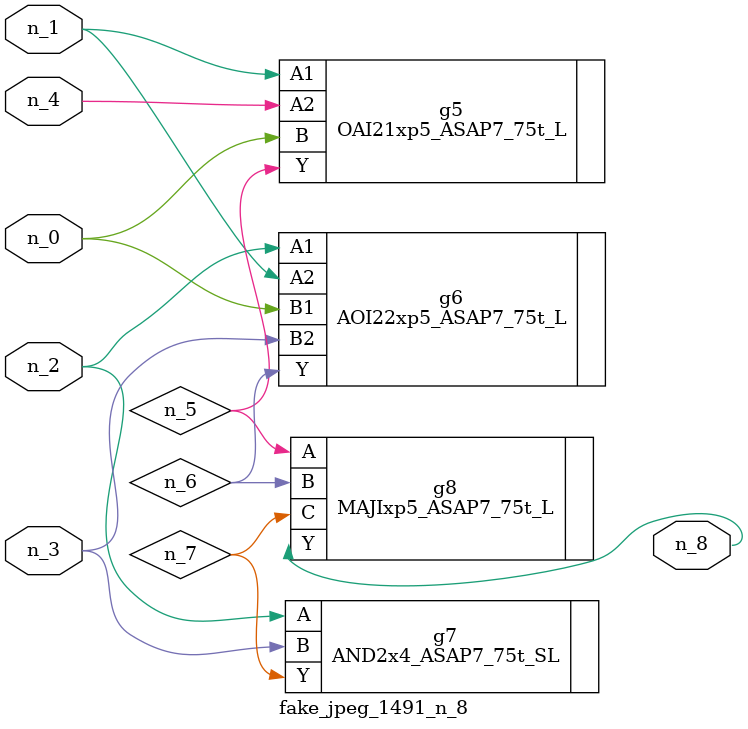
<source format=v>
module fake_jpeg_1491_n_8 (n_3, n_2, n_1, n_0, n_4, n_8);

input n_3;
input n_2;
input n_1;
input n_0;
input n_4;

output n_8;

wire n_6;
wire n_5;
wire n_7;

OAI21xp5_ASAP7_75t_L g5 ( 
.A1(n_1),
.A2(n_4),
.B(n_0),
.Y(n_5)
);

AOI22xp5_ASAP7_75t_L g6 ( 
.A1(n_2),
.A2(n_1),
.B1(n_0),
.B2(n_3),
.Y(n_6)
);

AND2x4_ASAP7_75t_SL g7 ( 
.A(n_2),
.B(n_3),
.Y(n_7)
);

MAJIxp5_ASAP7_75t_L g8 ( 
.A(n_5),
.B(n_6),
.C(n_7),
.Y(n_8)
);


endmodule
</source>
